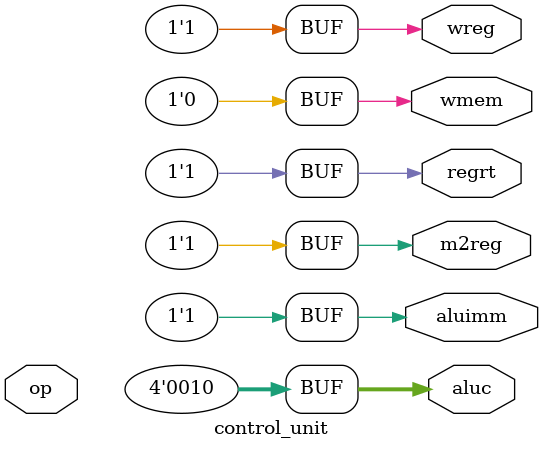
<source format=v>
module control_unit(op, wreg, m2reg, wmem, aluc, aluimm, regrt);
    input [5:0] op;
    output reg wreg;
    output reg m2reg;
    output reg wmem;
    output reg [3:0] aluc;
    output reg aluimm;
    output reg regrt;
    
    always @(op) begin 
        wreg <= 1;
        m2reg <= 1;
        wmem <= 0;
        aluc <= 4'b0010;
        aluimm <= 1;
        regrt <= 1;
    end 
    
endmodule

</source>
